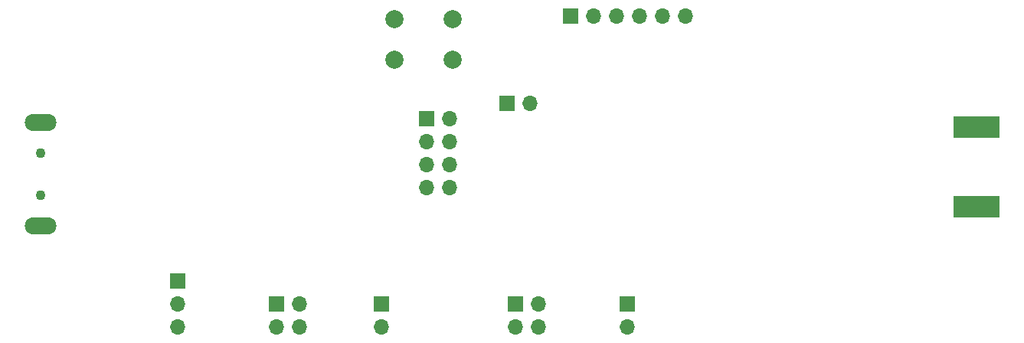
<source format=gbs>
G04 #@! TF.GenerationSoftware,KiCad,Pcbnew,(6.0.1)*
G04 #@! TF.CreationDate,2022-02-07T11:20:35+02:00*
G04 #@! TF.ProjectId,LoRaDongle_iCE40,4c6f5261-446f-46e6-976c-655f69434534,1.0*
G04 #@! TF.SameCoordinates,Original*
G04 #@! TF.FileFunction,Soldermask,Bot*
G04 #@! TF.FilePolarity,Negative*
%FSLAX46Y46*%
G04 Gerber Fmt 4.6, Leading zero omitted, Abs format (unit mm)*
G04 Created by KiCad (PCBNEW (6.0.1)) date 2022-02-07 11:20:35*
%MOMM*%
%LPD*%
G01*
G04 APERTURE LIST*
%ADD10R,1.700000X1.700000*%
%ADD11O,1.700000X1.700000*%
%ADD12C,2.000000*%
%ADD13C,1.100000*%
%ADD14O,3.500000X1.900000*%
%ADD15R,5.080000X2.413000*%
G04 APERTURE END LIST*
D10*
X155820000Y-111880000D03*
D11*
X158360000Y-111880000D03*
X155820000Y-114420000D03*
X158360000Y-114420000D03*
D10*
X141010000Y-111850000D03*
D11*
X141010000Y-114390000D03*
D10*
X161900000Y-80000000D03*
D11*
X164440000Y-80000000D03*
X166980000Y-80000000D03*
X169520000Y-80000000D03*
X172060000Y-80000000D03*
X174600000Y-80000000D03*
D12*
X148930000Y-80320000D03*
X142430000Y-80320000D03*
X142430000Y-84820000D03*
X148930000Y-84820000D03*
D10*
X118530000Y-109340000D03*
D11*
X118530000Y-111880000D03*
X118530000Y-114420000D03*
D10*
X146000000Y-91370000D03*
D11*
X148540000Y-91370000D03*
X146000000Y-93910000D03*
X148540000Y-93910000D03*
X146000000Y-96450000D03*
X148540000Y-96450000D03*
X146000000Y-98990000D03*
X148540000Y-98990000D03*
D13*
X103300000Y-95200000D03*
X103300000Y-99800000D03*
D14*
X103300000Y-91800000D03*
X103300000Y-103200000D03*
D15*
X206820000Y-92308500D03*
X206820000Y-101071500D03*
D10*
X168210000Y-111840000D03*
D11*
X168210000Y-114380000D03*
D10*
X129410000Y-111850000D03*
D11*
X131950000Y-111850000D03*
X129410000Y-114390000D03*
X131950000Y-114390000D03*
D10*
X154945000Y-89660000D03*
D11*
X157485000Y-89660000D03*
M02*

</source>
